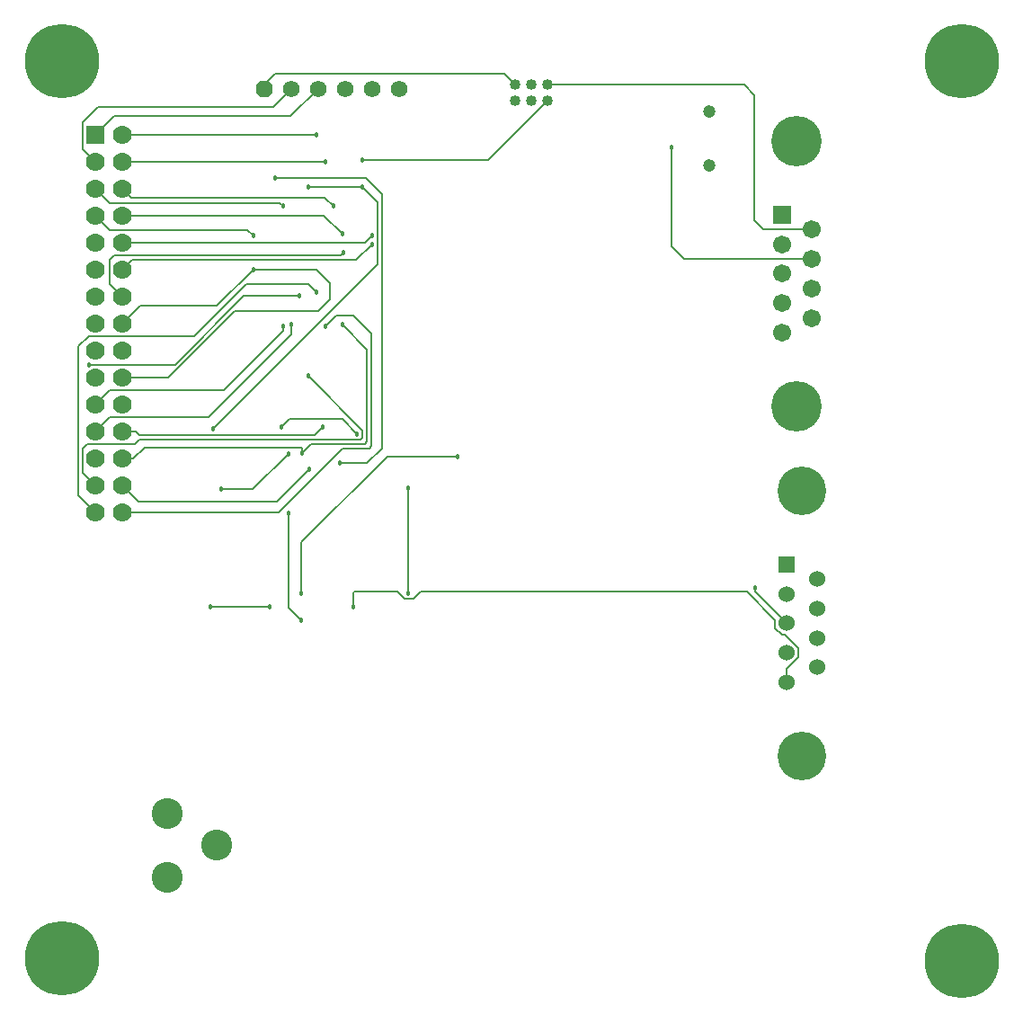
<source format=gbl>
%FSTAX23Y23*%
%MOIN*%
%SFA1B1*%

%IPPOS*%
%AMD36*
4,1,8,0.015500,0.031000,-0.015500,0.031000,-0.031000,0.015500,-0.031000,-0.015500,-0.015500,-0.031000,0.015500,-0.031000,0.031000,-0.015500,0.031000,0.015500,0.015500,0.031000,0.0*
%
%ADD10C,0.040000*%
%ADD25C,0.008000*%
%ADD26C,0.276000*%
%ADD27C,0.115000*%
%ADD28C,0.180000*%
%ADD29C,0.060000*%
%ADD30R,0.060000X0.060000*%
%ADD31C,0.070000*%
%ADD32R,0.070000X0.070000*%
%ADD33C,0.067000*%
%ADD34R,0.067000X0.067000*%
%ADD35C,0.187000*%
G04~CAMADD=36~4~0.0~0.0~620.0~620.0~0.0~155.0~0~0.0~0.0~0.0~0.0~0~0.0~0.0~0.0~0.0~0~0.0~0.0~0.0~0.0~620.0~620.0*
%ADD36D36*%
%ADD37C,0.062000*%
%ADD38C,0.047000*%
%ADD39C,0.018000*%
%LNit-1_spacesystems_cdh_subsystemscan-1*%
%LPD*%
G54D10*
X0404Y0655D03*
X041D03*
Y0649D03*
X0404D03*
X0398D03*
Y0655D03*
G54D25*
X0363Y0467D02*
X0484D01*
X03604Y04644D02*
X0363Y0467D01*
X03571Y04644D02*
X03604D01*
X03545Y0467D02*
X03571Y04644D01*
X03385Y0467D02*
X03545D01*
X0338Y04665D02*
X03385Y0467D01*
X0338Y04615D02*
Y04665D01*
X04988Y04385D02*
X0503Y04427D01*
X0498Y04511D02*
X0503Y04462D01*
X04971Y04511D02*
X0498D01*
X04988Y04335D02*
Y04385D01*
X0503Y04427D02*
Y04462D01*
X04946Y04536D02*
X04971Y04511D01*
X04946Y04536D02*
Y04564D01*
X0484Y0467D02*
X04946Y04564D01*
X03585Y04665D02*
Y05055D01*
X0487Y04672D02*
Y04685D01*
Y04672D02*
X04988Y04554D01*
X02851Y04615D02*
X03073D01*
X0285Y04614D02*
X02851Y04615D01*
X03883Y06273D02*
X041Y0649D01*
X03415Y06273D02*
X03883D01*
X0286Y05274D02*
X03471Y05885D01*
Y06114*
X03415Y0617D02*
X03471Y06114D01*
X03192Y05186D02*
Y05206D01*
X02607D02*
X03192D01*
X02566Y05165D02*
X02607Y05206D01*
X02525Y05165D02*
X02566D01*
X02425Y05365D02*
X02478Y05418D01*
X029*
X024Y05513D02*
X0272D01*
X02976Y05769*
X03183*
X03214Y05471D02*
X03416Y05269D01*
Y05243D02*
Y05269D01*
X03408Y05235D02*
X03416Y05243D01*
X02589Y05235D02*
X03408D01*
X02572Y05218D02*
X02589Y05235D01*
X02396Y05218D02*
X02572D01*
X02378Y052D02*
X02396Y05218D01*
X02378Y05112D02*
Y052D01*
Y05112D02*
X02425Y05065D01*
X02525Y04965D02*
X03104D01*
X03342Y05203*
X0344*
X03448Y05211*
Y05629*
X03381Y05696D02*
X03448Y05629D01*
X03317Y05696D02*
X03381D01*
X03277Y05656D02*
X03317Y05696D01*
X02525Y06165D02*
X02557Y06133D01*
X03276*
X03309Y061*
X03149Y06434D02*
X0325Y06535D01*
X02494Y06434D02*
X03149D01*
X02425Y06365D02*
X02494Y06434D01*
X03084Y06469D02*
X0315Y06535D01*
X02435Y06469D02*
X03084D01*
X02378Y06412D02*
X02435Y06469D01*
X02378Y06312D02*
Y06412D01*
Y06312D02*
X02425Y06265D01*
X02525Y06065D02*
X03272D01*
X0334Y05997*
X03151Y05625D02*
Y0566D01*
X02844Y05318D02*
X03151Y05625D01*
X02478Y05318D02*
X02844D01*
X02425Y05265D02*
X02478Y05318D01*
X0334Y0566D02*
X03432Y05568D01*
Y05227D02*
Y05568D01*
X03424Y05219D02*
X03432Y05227D01*
X03225Y05219D02*
X03424D01*
X03192Y05186D02*
X03225Y05219D01*
X0334Y05311D02*
X03395Y05256D01*
X03146Y05311D02*
X0334D01*
X03115Y0528D02*
X03146Y05311D01*
X02525Y05265D02*
X02574D01*
X02588Y05251*
X03239*
X03268Y0528*
X03009Y0505D02*
X0314Y05181D01*
X02892Y0505D02*
X03009D01*
X02525Y05465D02*
X02695D01*
X02943Y05713*
X03251*
X03294Y05756*
Y05814*
X03244Y05864D02*
X03294Y05814D01*
X0301Y05864D02*
X03244D01*
X02876Y05731D02*
X0301Y05864D01*
X02591Y05731D02*
X02876D01*
X02525Y05665D02*
X02591Y05731D01*
X02362Y05028D02*
X02425Y04965D01*
X02362Y05028D02*
Y0558D01*
X024Y05618*
X02791*
X02985Y05812*
X03215*
X03246Y05781*
X02525Y05865D02*
X02562Y05902D01*
X03393*
X0345Y05959*
X02478Y05812D02*
X02525Y05765D01*
X02478Y05812D02*
Y059D01*
X02496Y05918*
X03336*
X03345Y05927*
X02425Y06165D02*
X02478Y06112D01*
X03108*
X0312Y061*
X02525Y06365D02*
X03246D01*
X02525Y05965D02*
X03425D01*
X0345Y0599*
X02525Y06265D02*
X03277D01*
X03098Y05005D02*
X03217Y05124D01*
X02585Y05005D02*
X03098D01*
X02525Y05065D02*
X02585Y05005D01*
X04903Y06014D02*
X05082D01*
X04869Y06048D02*
X04903Y06014D01*
X04869Y06048D02*
Y06513D01*
X04832Y0655D02*
X04869Y06513D01*
X041Y0655D02*
X04832D01*
X0333Y05149D02*
X03433D01*
X03487Y05203*
Y06144*
X03427Y06204D02*
X03487Y06144D01*
X03093Y06204D02*
X03427D01*
X02988Y06012D02*
X0301Y0599D01*
X02478Y06012D02*
X02988D01*
X02425Y06065D02*
X02478Y06012D01*
X03214Y0617D02*
X03415D01*
X0314Y04613D02*
Y0496D01*
Y04613D02*
X03188Y04565D01*
Y04854D02*
X03507Y05173D01*
X03188Y04665D02*
Y04854D01*
X04608Y05905D02*
X05082D01*
X04561Y05952D02*
X04608Y05905D01*
X04561Y05952D02*
Y06318D01*
X0394Y0659D02*
X0398Y0655D01*
X0305Y06535D02*
Y0655D01*
X0309Y0659*
X0394*
X029Y05418D02*
X0312Y05638D01*
Y05655*
X03507Y05173D02*
X03768D01*
G54D26*
X023Y0331D03*
Y06637D03*
X05637Y033D03*
Y06637D03*
G54D27*
X02875Y0373D03*
X0269Y03612D03*
Y03848D03*
G54D28*
X05044Y05045D03*
Y04062D03*
G54D29*
X04988Y04335D03*
Y04444D03*
Y04554D03*
Y04662D03*
X051Y04391D03*
Y04499D03*
Y04609D03*
Y04718D03*
G54D30*
X04988Y04772D03*
G54D31*
X02525Y04965D03*
Y05065D03*
Y05165D03*
Y05265D03*
Y05365D03*
Y05465D03*
Y05565D03*
Y05665D03*
Y05765D03*
Y05865D03*
Y05965D03*
Y06065D03*
Y06165D03*
Y06265D03*
Y06365D03*
X02425Y04965D03*
Y05065D03*
Y05165D03*
Y05265D03*
Y05365D03*
Y05465D03*
Y05565D03*
Y05665D03*
Y05765D03*
Y05865D03*
Y05965D03*
Y06065D03*
Y06165D03*
Y06265D03*
G54D32*
X02425Y06365D03*
G54D33*
X0497Y05632D03*
X05082Y05686D03*
X0497Y05741D03*
X05082Y05795D03*
X0497Y0585D03*
X05082Y05905D03*
X0497Y05959D03*
X05082Y06014D03*
G54D34*
X0497Y06068D03*
G54D35*
X05026Y06342D03*
Y05358D03*
G54D36*
X0305Y06535D03*
G54D37*
X0315Y06535D03*
X0325D03*
X0335D03*
X0345D03*
X0355D03*
G54D38*
X047Y0625D03*
Y0645D03*
G54D39*
X03585Y04665D03*
X0487Y04685D03*
X03073Y04615D03*
X0285Y04614D03*
X03585Y05055D03*
X03415Y06273D03*
X0286Y05274D03*
X03415Y0617D03*
X024Y05513D03*
X03183Y05769D03*
X03214Y05471D03*
X03277Y05656D03*
X03309Y061D03*
X0334Y05997D03*
X03151Y0566D03*
X0334D03*
X03192Y05186D03*
X03395Y05256D03*
X03115Y0528D03*
X03268D03*
X0314Y05181D03*
X02892Y0505D03*
X0301Y05864D03*
X03246Y05781D03*
X0345Y05959D03*
X03345Y05927D03*
X0312Y061D03*
X03246Y06365D03*
X0345Y0599D03*
X03277Y06265D03*
X03217Y05124D03*
X0333Y05149D03*
X03093Y06204D03*
X0301Y0599D03*
X03214Y0617D03*
X0314Y0496D03*
X03188Y04565D03*
Y04665D03*
X0338Y04615D03*
X04561Y06318D03*
X0312Y05655D03*
X03768Y05173D03*
M02*
</source>
